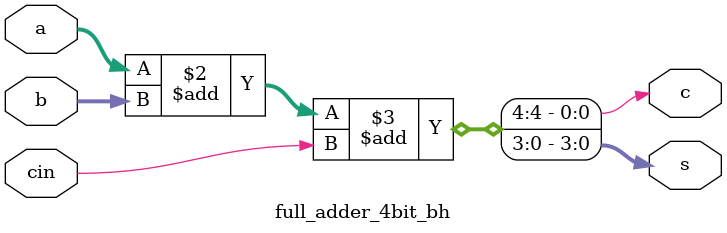
<source format=v>
module full_adder_4bit_bh(s,c,a,b,cin);
input [3:0]a, b;
input cin;
output reg [3:0]s;
output reg c;

always@(*)
{c,s} = a + b + cin;//concatenation 5 bit addition operation if carry is there it will store in cin and sum in s//
    
endmodule

</source>
